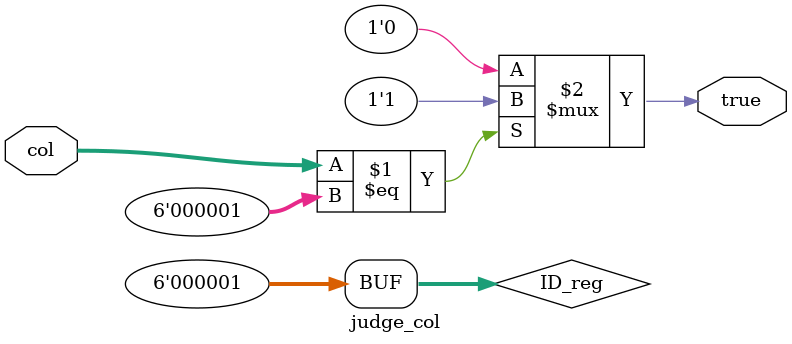
<source format=v>
module judge_col(
input [5:0] col,
output true
    );
    parameter [5:0] ID=5'b1;
    reg [5:0] ID_reg=ID;
    assign true=(col==ID_reg)?1'b1:1'b0;
endmodule

</source>
